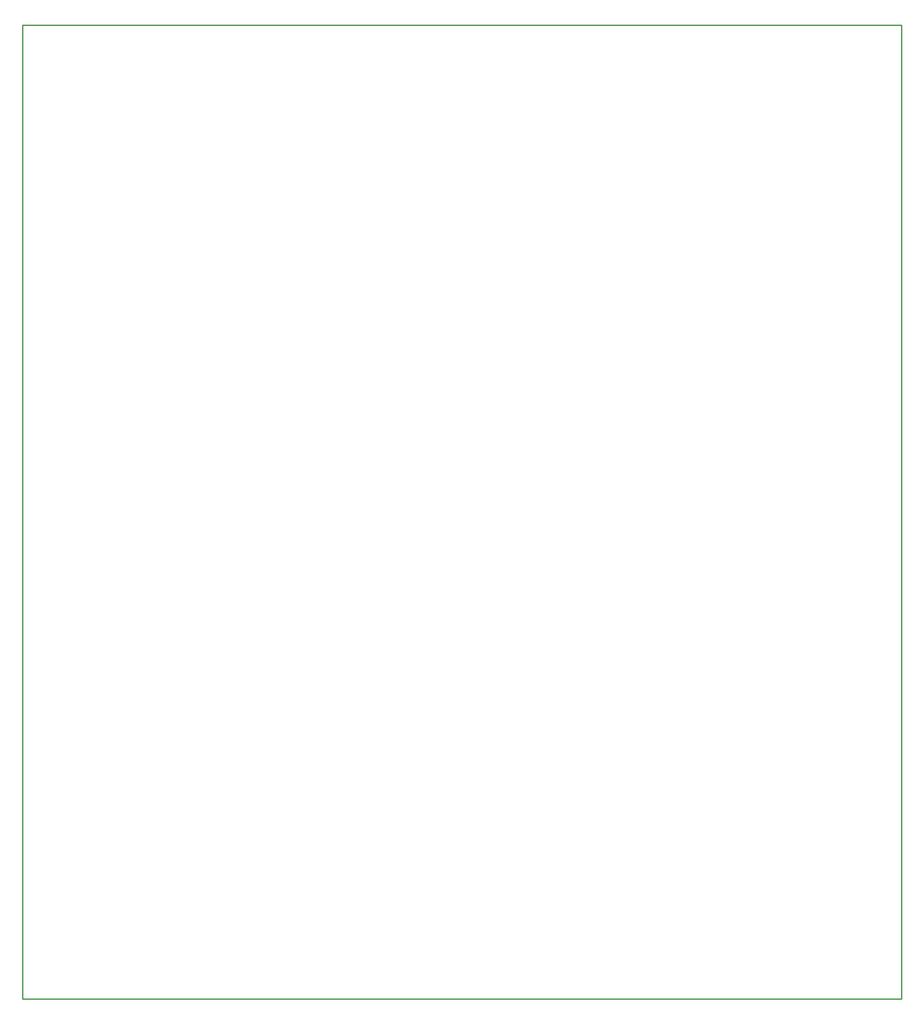
<source format=gko>
%FSLAX44Y44*%
%MOMM*%
G71*
G01*
G75*
G04 Layer_Color=16711935*
%ADD10P,3.2472X8X22.5*%
%ADD11C,2.0000*%
%ADD12C,3.0480*%
%ADD13P,3.2992X8X112.5*%
%ADD14C,1.4000*%
%ADD15C,1.5240*%
%ADD16P,1.6496X8X202.5*%
%ADD17C,3.0000*%
%ADD18P,4.3296X8X202.5*%
%ADD19C,1.0000*%
%ADD20C,2.0000*%
%ADD21C,0.1524*%
%ADD22C,0.2540*%
%ADD23C,0.2000*%
%ADD24C,0.3000*%
%ADD25P,3.4671X8X22.5*%
%ADD26C,2.2032*%
%ADD27C,3.2512*%
%ADD28P,3.5191X8X112.5*%
%ADD29C,1.6032*%
%ADD30C,1.7272*%
%ADD31P,1.8695X8X202.5*%
%ADD32C,3.2032*%
%ADD33P,4.5495X8X202.5*%
D22*
X2263140Y323850D02*
Y2263140D01*
X513080Y323850D02*
X2263140D01*
X513080Y2263140D02*
X2263140D01*
X513080Y323850D02*
Y2263140D01*
M02*

</source>
